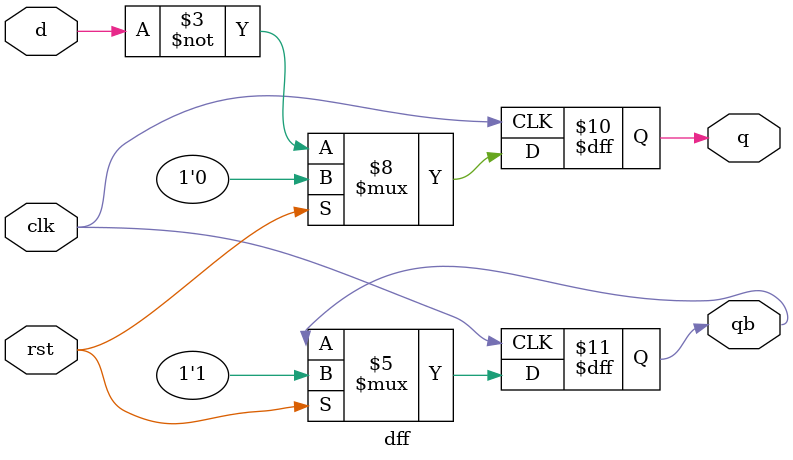
<source format=v>
module dff(clk,rst,d,q,qb);
input clk,rst,d;
output q,qb;
reg q,qb;
always@(posedge clk)
begin
if(rst==1)begin q=0; qb=1;end
else begin q=0; q=~d;end
end
endmodule

</source>
